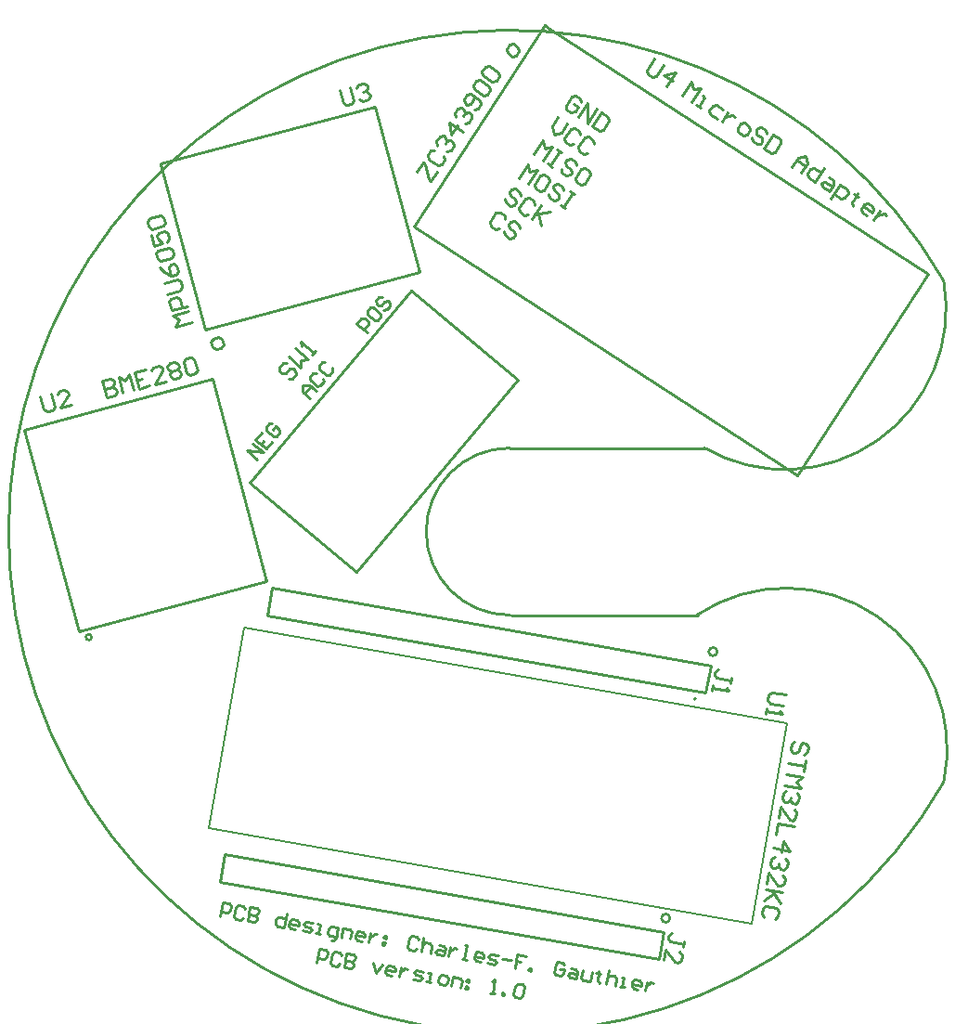
<source format=gto>
G04*
G04 #@! TF.GenerationSoftware,Altium Limited,Altium Designer,20.2.8 (258)*
G04*
G04 Layer_Color=65535*
%FSLAX24Y24*%
%MOIN*%
G70*
G04*
G04 #@! TF.SameCoordinates,457248F5-DA73-466C-AE77-A18651DC037B*
G04*
G04*
G04 #@! TF.FilePolarity,Positive*
G04*
G01*
G75*
%ADD10C,0.0100*%
%ADD11C,0.0079*%
%ADD12C,0.0050*%
%ADD13C,0.0100*%
D10*
X25499Y13738D02*
G03*
X25499Y13738I-150J0D01*
G01*
X23803Y4167D02*
G03*
X23803Y4167I-150J0D01*
G01*
X3030Y14257D02*
G03*
X3030Y14257I-100J0D01*
G01*
X25088Y12261D02*
X25262Y13245D01*
X9332Y15039D02*
X25088Y12261D01*
X9332Y15039D02*
X9505Y16024D01*
X25262Y13245D01*
X23393Y2690D02*
X23567Y3675D01*
X7636Y5468D02*
X23393Y2690D01*
X7636Y5468D02*
X7810Y6453D01*
X23567Y3675D01*
X8721Y19808D02*
X14506Y26702D01*
X8721Y19808D02*
X12551Y16594D01*
X18336Y23488D01*
X14506Y26702D02*
X18336Y23488D01*
X7099Y25311D02*
X14804Y27376D01*
X5513Y31228D02*
X7099Y25311D01*
X5507Y31252D02*
X13212Y33316D01*
X13218Y33293D02*
X14804Y27376D01*
X621Y21714D02*
X7382Y23526D01*
X621Y21714D02*
X2562Y14469D01*
X7382Y23526D02*
X9324Y16281D01*
X2562Y14469D02*
X9324Y16281D01*
X19306Y36222D02*
X19474Y36113D01*
X14622Y29010D02*
X19306Y36222D01*
X14622Y29010D02*
X28377Y20077D01*
X33060Y27290D01*
X19474Y36113D02*
X33060Y27290D01*
X7645Y4245D02*
X7732Y4737D01*
X7978Y4694D01*
X8045Y4598D01*
X8016Y4433D01*
X7920Y4366D01*
X7674Y4409D01*
X8538Y4511D02*
X8470Y4607D01*
X8306Y4636D01*
X8209Y4569D01*
X8151Y4240D01*
X8219Y4144D01*
X8383Y4115D01*
X8480Y4183D01*
X8716Y4564D02*
X8629Y4072D01*
X8875Y4028D01*
X8972Y4096D01*
X8986Y4178D01*
X8919Y4274D01*
X8673Y4318D01*
X8919Y4274D01*
X9015Y4342D01*
X9030Y4424D01*
X8962Y4520D01*
X8716Y4564D01*
X10029Y4332D02*
X9942Y3840D01*
X9696Y3884D01*
X9628Y3980D01*
X9657Y4144D01*
X9754Y4212D01*
X10000Y4168D01*
X10352Y3768D02*
X10188Y3797D01*
X10120Y3893D01*
X10149Y4057D01*
X10246Y4125D01*
X10410Y4096D01*
X10478Y3999D01*
X10463Y3917D01*
X10135Y3975D01*
X10598Y3724D02*
X10844Y3681D01*
X10941Y3749D01*
X10873Y3845D01*
X10709Y3874D01*
X10642Y3971D01*
X10738Y4038D01*
X10984Y3995D01*
X11090Y3638D02*
X11255Y3609D01*
X11173Y3623D01*
X11230Y3951D01*
X11148Y3966D01*
X11636Y3372D02*
X11718Y3358D01*
X11814Y3425D01*
X11887Y3836D01*
X11641Y3879D01*
X11544Y3811D01*
X11515Y3647D01*
X11583Y3551D01*
X11829Y3507D01*
X11993Y3478D02*
X12051Y3807D01*
X12297Y3763D01*
X12364Y3667D01*
X12321Y3421D01*
X12731Y3348D02*
X12567Y3377D01*
X12500Y3474D01*
X12529Y3638D01*
X12625Y3705D01*
X12789Y3676D01*
X12857Y3580D01*
X12842Y3498D01*
X12514Y3556D01*
X13035Y3633D02*
X12977Y3305D01*
X13006Y3469D01*
X13103Y3537D01*
X13199Y3604D01*
X13281Y3590D01*
X13528Y3546D02*
X13610Y3532D01*
X13595Y3450D01*
X13513Y3464D01*
X13528Y3546D01*
X13484Y3300D02*
X13566Y3286D01*
X13552Y3204D01*
X13470Y3218D01*
X13484Y3300D01*
X14773Y3411D02*
X14705Y3508D01*
X14541Y3537D01*
X14444Y3469D01*
X14387Y3141D01*
X14454Y3045D01*
X14618Y3016D01*
X14715Y3083D01*
X14951Y3464D02*
X14864Y2972D01*
X14908Y3218D01*
X15004Y3286D01*
X15168Y3257D01*
X15236Y3160D01*
X15193Y2914D01*
X15497Y3199D02*
X15661Y3170D01*
X15728Y3074D01*
X15685Y2828D01*
X15439Y2871D01*
X15371Y2967D01*
X15468Y3035D01*
X15714Y2992D01*
X15907Y3127D02*
X15849Y2799D01*
X15878Y2963D01*
X15974Y3030D01*
X16071Y3098D01*
X16153Y3083D01*
X16341Y2712D02*
X16505Y2683D01*
X16423Y2697D01*
X16510Y3190D01*
X16428Y3204D01*
X16997Y2596D02*
X16833Y2625D01*
X16766Y2722D01*
X16795Y2886D01*
X16891Y2953D01*
X17055Y2924D01*
X17123Y2828D01*
X17108Y2746D01*
X16780Y2804D01*
X17244Y2553D02*
X17490Y2509D01*
X17586Y2577D01*
X17519Y2673D01*
X17355Y2702D01*
X17287Y2799D01*
X17383Y2866D01*
X17630Y2823D01*
X17779Y2712D02*
X18107Y2654D01*
X18643Y2813D02*
X18315Y2871D01*
X18271Y2625D01*
X18436Y2596D01*
X18271Y2625D01*
X18228Y2379D01*
X18720Y2292D02*
X18735Y2374D01*
X18817Y2360D01*
X18802Y2278D01*
X18720Y2292D01*
X20023Y2485D02*
X19956Y2582D01*
X19792Y2611D01*
X19695Y2543D01*
X19637Y2215D01*
X19705Y2119D01*
X19869Y2090D01*
X19965Y2157D01*
X19994Y2321D01*
X19830Y2350D01*
X20255Y2360D02*
X20419Y2331D01*
X20487Y2235D01*
X20443Y1989D01*
X20197Y2032D01*
X20129Y2128D01*
X20226Y2196D01*
X20472Y2153D01*
X20665Y2288D02*
X20622Y2042D01*
X20689Y1945D01*
X20935Y1902D01*
X20993Y2230D01*
X21254Y2269D02*
X21239Y2186D01*
X21157Y2201D01*
X21321Y2172D01*
X21239Y2186D01*
X21196Y1940D01*
X21264Y1844D01*
X21596Y2293D02*
X21510Y1800D01*
X21553Y2047D01*
X21650Y2114D01*
X21814Y2085D01*
X21881Y1989D01*
X21838Y1743D01*
X22002Y1714D02*
X22166Y1685D01*
X22084Y1699D01*
X22142Y2027D01*
X22060Y2042D01*
X22658Y1598D02*
X22494Y1627D01*
X22427Y1723D01*
X22456Y1887D01*
X22552Y1955D01*
X22716Y1926D01*
X22784Y1830D01*
X22769Y1748D01*
X22441Y1805D01*
X22962Y1883D02*
X22904Y1555D01*
X22933Y1719D01*
X23030Y1786D01*
X23126Y1854D01*
X23208Y1839D01*
X11116Y2581D02*
X11203Y3073D01*
X11449Y3030D01*
X11516Y2933D01*
X11487Y2769D01*
X11391Y2702D01*
X11145Y2745D01*
X12009Y2847D02*
X11941Y2943D01*
X11777Y2972D01*
X11680Y2905D01*
X11623Y2576D01*
X11690Y2480D01*
X11854Y2451D01*
X11951Y2519D01*
X12187Y2900D02*
X12100Y2408D01*
X12346Y2364D01*
X12443Y2432D01*
X12457Y2514D01*
X12390Y2610D01*
X12144Y2654D01*
X12390Y2610D01*
X12486Y2678D01*
X12501Y2760D01*
X12433Y2856D01*
X12187Y2900D01*
X13143Y2562D02*
X13249Y2205D01*
X13471Y2504D01*
X13823Y2104D02*
X13659Y2133D01*
X13592Y2229D01*
X13620Y2393D01*
X13717Y2461D01*
X13881Y2432D01*
X13949Y2335D01*
X13934Y2253D01*
X13606Y2311D01*
X14127Y2388D02*
X14069Y2060D01*
X14098Y2224D01*
X14195Y2292D01*
X14291Y2360D01*
X14373Y2345D01*
X14562Y1974D02*
X14808Y1930D01*
X14904Y1998D01*
X14837Y2094D01*
X14673Y2123D01*
X14605Y2220D01*
X14701Y2287D01*
X14948Y2244D01*
X15054Y1887D02*
X15218Y1858D01*
X15136Y1872D01*
X15194Y2200D01*
X15112Y2215D01*
X15546Y1800D02*
X15710Y1771D01*
X15807Y1839D01*
X15836Y2003D01*
X15768Y2099D01*
X15604Y2128D01*
X15507Y2061D01*
X15478Y1896D01*
X15546Y1800D01*
X15956Y1728D02*
X16014Y2056D01*
X16260Y2012D01*
X16328Y1916D01*
X16284Y1670D01*
X16506Y1969D02*
X16588Y1955D01*
X16574Y1872D01*
X16492Y1887D01*
X16506Y1969D01*
X16463Y1723D02*
X16545Y1708D01*
X16531Y1626D01*
X16448Y1641D01*
X16463Y1723D01*
X17351Y1482D02*
X17515Y1453D01*
X17433Y1467D01*
X17520Y1959D01*
X17423Y1892D01*
X17761Y1409D02*
X17776Y1491D01*
X17858Y1477D01*
X17843Y1395D01*
X17761Y1409D01*
X18244Y1747D02*
X18340Y1815D01*
X18504Y1786D01*
X18572Y1689D01*
X18514Y1361D01*
X18417Y1294D01*
X18253Y1323D01*
X18186Y1419D01*
X18244Y1747D01*
X24247Y33697D02*
X24574Y34200D01*
X24633Y33924D01*
X24909Y33982D01*
X24583Y33479D01*
X24750Y33370D02*
X24918Y33262D01*
X24834Y33316D01*
X25052Y33651D01*
X24968Y33706D01*
X25723Y33216D02*
X25471Y33379D01*
X25333Y33350D01*
X25224Y33182D01*
X25253Y33044D01*
X25505Y32880D01*
X25890Y33107D02*
X25673Y32771D01*
X25781Y32939D01*
X25920Y32969D01*
X26058Y32998D01*
X26142Y32944D01*
X26259Y32390D02*
X26427Y32281D01*
X26565Y32311D01*
X26674Y32479D01*
X26645Y32617D01*
X26477Y32726D01*
X26339Y32696D01*
X26230Y32529D01*
X26259Y32390D01*
X27286Y32320D02*
X27257Y32458D01*
X27089Y32567D01*
X26951Y32537D01*
X26896Y32453D01*
X26926Y32315D01*
X27093Y32206D01*
X27123Y32068D01*
X27068Y31984D01*
X26930Y31955D01*
X26762Y32064D01*
X26733Y32202D01*
X27508Y32294D02*
X27182Y31791D01*
X27433Y31628D01*
X27571Y31658D01*
X27789Y31993D01*
X27760Y32131D01*
X27508Y32294D01*
X28188Y31138D02*
X28405Y31473D01*
X28682Y31532D01*
X28741Y31256D01*
X28523Y30920D01*
X28686Y31172D01*
X28351Y31390D01*
X29353Y31097D02*
X29026Y30594D01*
X28775Y30757D01*
X28745Y30895D01*
X28854Y31063D01*
X28992Y31092D01*
X29244Y30929D01*
X29495Y30766D02*
X29663Y30657D01*
X29692Y30518D01*
X29529Y30267D01*
X29278Y30430D01*
X29248Y30569D01*
X29387Y30598D01*
X29638Y30435D01*
X29588Y29990D02*
X29915Y30493D01*
X30166Y30330D01*
X30196Y30192D01*
X30087Y30024D01*
X29948Y29995D01*
X29697Y30158D01*
X30556Y30196D02*
X30501Y30112D01*
X30418Y30167D01*
X30585Y30058D01*
X30501Y30112D01*
X30338Y29861D01*
X30368Y29722D01*
X30871Y29396D02*
X30703Y29505D01*
X30674Y29643D01*
X30782Y29811D01*
X30921Y29840D01*
X31088Y29731D01*
X31118Y29593D01*
X31063Y29509D01*
X30728Y29727D01*
X31340Y29568D02*
X31122Y29232D01*
X31231Y29400D01*
X31369Y29430D01*
X31508Y29459D01*
X31591Y29405D01*
X14718Y30965D02*
X14935Y31300D01*
X15019Y31246D01*
X15137Y30693D01*
X15221Y30638D01*
X15438Y30974D01*
X15346Y31749D02*
X15208Y31720D01*
X15099Y31552D01*
X15128Y31414D01*
X15463Y31196D01*
X15602Y31225D01*
X15711Y31393D01*
X15681Y31531D01*
X15455Y31917D02*
X15425Y32055D01*
X15534Y32223D01*
X15673Y32252D01*
X15756Y32198D01*
X15786Y32059D01*
X15731Y31975D01*
X15786Y32059D01*
X15924Y32089D01*
X16008Y32034D01*
X16037Y31896D01*
X15928Y31728D01*
X15790Y31699D01*
X16364Y32399D02*
X15861Y32726D01*
X15949Y32311D01*
X16167Y32646D01*
X16108Y32923D02*
X16079Y33061D01*
X16188Y33229D01*
X16326Y33258D01*
X16410Y33204D01*
X16439Y33065D01*
X16385Y32982D01*
X16439Y33065D01*
X16577Y33095D01*
X16661Y33040D01*
X16691Y32902D01*
X16582Y32734D01*
X16443Y32705D01*
X16770Y33208D02*
X16908Y33237D01*
X17017Y33405D01*
X16988Y33543D01*
X16653Y33761D01*
X16514Y33732D01*
X16405Y33564D01*
X16435Y33426D01*
X16519Y33371D01*
X16657Y33401D01*
X16820Y33652D01*
X16761Y33929D02*
X16732Y34067D01*
X16841Y34235D01*
X16979Y34264D01*
X17315Y34046D01*
X17344Y33908D01*
X17235Y33740D01*
X17097Y33711D01*
X16761Y33929D01*
X17088Y34432D02*
X17059Y34570D01*
X17168Y34738D01*
X17306Y34767D01*
X17641Y34549D01*
X17671Y34411D01*
X17562Y34243D01*
X17423Y34214D01*
X17088Y34432D01*
X23244Y35024D02*
X22972Y34605D01*
X23001Y34466D01*
X23169Y34357D01*
X23307Y34387D01*
X23579Y34806D01*
X23672Y34031D02*
X23999Y34534D01*
X23584Y34446D01*
X23919Y34228D01*
X11940Y33910D02*
X12069Y33428D01*
X12191Y33357D01*
X12385Y33409D01*
X12455Y33531D01*
X12326Y34014D01*
X12545Y33969D02*
X12615Y34091D01*
X12809Y34143D01*
X12931Y34072D01*
X12957Y33976D01*
X12886Y33853D01*
X12790Y33828D01*
X12886Y33853D01*
X13009Y33783D01*
X13035Y33686D01*
X12964Y33564D01*
X12771Y33512D01*
X12648Y33583D01*
X6628Y25571D02*
X6048Y25415D01*
X6190Y25660D01*
X5945Y25802D01*
X6524Y25957D01*
X6472Y26150D02*
X5893Y25995D01*
X5815Y26285D01*
X5886Y26407D01*
X6079Y26459D01*
X6202Y26388D01*
X6279Y26098D01*
X5738Y26574D02*
X6220Y26704D01*
X6291Y26826D01*
X6239Y27019D01*
X6117Y27090D01*
X5634Y26960D01*
X5479Y27540D02*
X5627Y27373D01*
X5872Y27231D01*
X6065Y27283D01*
X6136Y27405D01*
X6084Y27599D01*
X5962Y27669D01*
X5865Y27643D01*
X5795Y27521D01*
X5872Y27231D01*
X5524Y27759D02*
X5401Y27829D01*
X5350Y28023D01*
X5420Y28145D01*
X5806Y28249D01*
X5929Y28178D01*
X5981Y27985D01*
X5910Y27862D01*
X5524Y27759D01*
X5168Y28699D02*
X5272Y28312D01*
X5562Y28390D01*
X5413Y28557D01*
X5387Y28654D01*
X5458Y28776D01*
X5651Y28828D01*
X5774Y28757D01*
X5825Y28564D01*
X5755Y28442D01*
X5213Y28918D02*
X5091Y28988D01*
X5039Y29181D01*
X5110Y29304D01*
X5496Y29407D01*
X5618Y29337D01*
X5670Y29143D01*
X5600Y29021D01*
X5213Y28918D01*
X3415Y23452D02*
X3571Y22872D01*
X3860Y22950D01*
X3931Y23073D01*
X3905Y23169D01*
X3783Y23240D01*
X3493Y23162D01*
X3783Y23240D01*
X3853Y23362D01*
X3828Y23459D01*
X3705Y23529D01*
X3415Y23452D01*
X4150Y23028D02*
X3995Y23607D01*
X4240Y23466D01*
X4381Y23711D01*
X4536Y23131D01*
X4960Y23866D02*
X4574Y23762D01*
X4729Y23183D01*
X5116Y23286D01*
X4652Y23473D02*
X4845Y23524D01*
X5695Y23442D02*
X5309Y23338D01*
X5592Y23828D01*
X5566Y23925D01*
X5443Y23995D01*
X5250Y23943D01*
X5179Y23821D01*
X5759Y23976D02*
X5829Y24099D01*
X6023Y24150D01*
X6145Y24080D01*
X6171Y23983D01*
X6100Y23861D01*
X6223Y23790D01*
X6249Y23693D01*
X6178Y23571D01*
X5985Y23519D01*
X5862Y23590D01*
X5836Y23687D01*
X5907Y23809D01*
X5785Y23880D01*
X5759Y23976D01*
X5907Y23809D02*
X6100Y23861D01*
X6338Y24131D02*
X6409Y24254D01*
X6602Y24306D01*
X6724Y24235D01*
X6828Y23849D01*
X6757Y23726D01*
X6564Y23675D01*
X6442Y23745D01*
X6338Y24131D01*
X1190Y22910D02*
X1319Y22428D01*
X1441Y22357D01*
X1635Y22409D01*
X1705Y22531D01*
X1576Y23014D01*
X2310Y22590D02*
X1924Y22486D01*
X2207Y22976D01*
X2181Y23072D01*
X2059Y23143D01*
X1866Y23091D01*
X1795Y22969D01*
X10881Y22845D02*
X10626Y23059D01*
X10605Y23294D01*
X10840Y23314D01*
X11095Y23100D01*
X10904Y23261D01*
X10690Y23005D01*
X11097Y23751D02*
X10980Y23740D01*
X10873Y23613D01*
X10883Y23495D01*
X11138Y23281D01*
X11256Y23291D01*
X11363Y23419D01*
X11353Y23536D01*
X11419Y24133D02*
X11301Y24123D01*
X11194Y23996D01*
X11204Y23878D01*
X11460Y23664D01*
X11577Y23674D01*
X11684Y23802D01*
X11674Y23919D01*
X8988Y20641D02*
X8605Y20962D01*
X9202Y20896D01*
X8819Y21217D01*
X9140Y21600D02*
X8926Y21345D01*
X9309Y21024D01*
X9523Y21279D01*
X9118Y21184D02*
X9225Y21312D01*
X9525Y21930D02*
X9408Y21919D01*
X9301Y21792D01*
X9311Y21674D01*
X9566Y21460D01*
X9684Y21470D01*
X9791Y21598D01*
X9781Y21715D01*
X9653Y21823D01*
X9546Y21695D01*
X10047Y24103D02*
X9907Y24090D01*
X9778Y23937D01*
X9790Y23796D01*
X9867Y23732D01*
X10008Y23744D01*
X10136Y23897D01*
X10277Y23910D01*
X10354Y23845D01*
X10366Y23705D01*
X10237Y23551D01*
X10097Y23539D01*
X10099Y24320D02*
X10559Y23934D01*
X10534Y24216D01*
X10816Y24241D01*
X10356Y24626D01*
X10944Y24394D02*
X11073Y24547D01*
X11009Y24470D01*
X10549Y24856D01*
X10561Y24715D01*
X12938Y25191D02*
X12555Y25512D01*
X12715Y25704D01*
X12833Y25714D01*
X12960Y25607D01*
X12971Y25489D01*
X12810Y25298D01*
X13037Y26087D02*
X12930Y25959D01*
X12940Y25842D01*
X13195Y25627D01*
X13313Y25638D01*
X13420Y25765D01*
X13409Y25883D01*
X13154Y26097D01*
X13037Y26087D01*
X13475Y26480D02*
X13358Y26469D01*
X13251Y26342D01*
X13261Y26224D01*
X13325Y26171D01*
X13442Y26181D01*
X13549Y26309D01*
X13667Y26319D01*
X13731Y26265D01*
X13741Y26148D01*
X13634Y26021D01*
X13516Y26010D01*
X24285Y3142D02*
X24320Y3339D01*
X24302Y3240D01*
X23810Y3327D01*
X23729Y3443D01*
X23746Y3541D01*
X23862Y3622D01*
X23590Y2655D02*
X23659Y3049D01*
X23984Y2586D01*
X24082Y2568D01*
X24198Y2649D01*
X24233Y2846D01*
X24152Y2962D01*
X28614Y10045D02*
X28730Y10126D01*
X28765Y10323D01*
X28684Y10439D01*
X28585Y10456D01*
X28470Y10375D01*
X28435Y10178D01*
X28319Y10097D01*
X28221Y10115D01*
X28139Y10231D01*
X28174Y10427D01*
X28290Y10509D01*
X28678Y9831D02*
X28609Y9437D01*
X28643Y9634D01*
X28053Y9738D01*
X27983Y9345D02*
X28574Y9240D01*
X28342Y9078D01*
X28505Y8847D01*
X27914Y8951D01*
X28371Y8667D02*
X28452Y8551D01*
X28418Y8354D01*
X28302Y8273D01*
X28203Y8291D01*
X28122Y8406D01*
X28140Y8505D01*
X28122Y8406D01*
X28007Y8325D01*
X27908Y8343D01*
X27827Y8458D01*
X27862Y8655D01*
X27978Y8736D01*
X27705Y7769D02*
X27775Y8163D01*
X28099Y7700D01*
X28198Y7683D01*
X28314Y7764D01*
X28348Y7961D01*
X28267Y8076D01*
X28261Y7468D02*
X27671Y7572D01*
X27601Y7179D01*
X27515Y6686D02*
X28105Y6582D01*
X27862Y6930D01*
X27793Y6536D01*
X27955Y6304D02*
X28036Y6188D01*
X28001Y5992D01*
X27885Y5910D01*
X27787Y5928D01*
X27706Y6044D01*
X27723Y6142D01*
X27706Y6044D01*
X27590Y5963D01*
X27491Y5980D01*
X27410Y6096D01*
X27445Y6293D01*
X27561Y6374D01*
X27289Y5407D02*
X27358Y5800D01*
X27683Y5337D01*
X27781Y5320D01*
X27897Y5401D01*
X27932Y5598D01*
X27851Y5714D01*
X27845Y5106D02*
X27254Y5210D01*
X27451Y5175D01*
X27775Y4712D01*
X27532Y5059D01*
X27185Y4816D01*
X27573Y4138D02*
X27689Y4219D01*
X27723Y4416D01*
X27642Y4532D01*
X27248Y4602D01*
X27133Y4521D01*
X27098Y4324D01*
X27179Y4208D01*
X27961Y12191D02*
X27469Y12278D01*
X27353Y12197D01*
X27318Y12000D01*
X27399Y11884D01*
X27892Y11797D01*
X27266Y11705D02*
X27231Y11508D01*
X27249Y11606D01*
X27839Y11502D01*
X27758Y11618D01*
X25963Y12614D02*
X25998Y12811D01*
X25980Y12713D01*
X25488Y12799D01*
X25407Y12915D01*
X25424Y13014D01*
X25540Y13095D01*
X25338Y12521D02*
X25303Y12325D01*
X25320Y12423D01*
X25911Y12319D01*
X25830Y12435D01*
X20615Y33464D02*
X20586Y33602D01*
X20418Y33711D01*
X20280Y33682D01*
X20062Y33347D01*
X20091Y33208D01*
X20259Y33099D01*
X20397Y33129D01*
X20506Y33296D01*
X20339Y33405D01*
X20511Y32936D02*
X20837Y33439D01*
X20846Y32718D01*
X21173Y33221D01*
X21340Y33112D02*
X21014Y32609D01*
X21265Y32446D01*
X21403Y32475D01*
X21621Y32811D01*
X21592Y32949D01*
X21340Y33112D01*
X19790Y32927D02*
X19572Y32592D01*
X19631Y32315D01*
X19907Y32374D01*
X20125Y32709D01*
X20574Y32299D02*
X20544Y32437D01*
X20376Y32546D01*
X20238Y32517D01*
X20020Y32181D01*
X20050Y32043D01*
X20217Y31934D01*
X20356Y31963D01*
X21077Y31972D02*
X21047Y32110D01*
X20879Y32219D01*
X20741Y32190D01*
X20523Y31855D01*
X20553Y31716D01*
X20721Y31607D01*
X20859Y31637D01*
X18918Y31585D02*
X19245Y32088D01*
X19304Y31812D01*
X19580Y31871D01*
X19254Y31368D01*
X19748Y31762D02*
X19916Y31653D01*
X19832Y31707D01*
X19505Y31204D01*
X19421Y31259D01*
X19589Y31150D01*
X20448Y31188D02*
X20419Y31326D01*
X20251Y31435D01*
X20113Y31406D01*
X20058Y31322D01*
X20088Y31184D01*
X20255Y31075D01*
X20285Y30936D01*
X20230Y30852D01*
X20092Y30823D01*
X19924Y30932D01*
X19895Y31070D01*
X20922Y30999D02*
X20754Y31108D01*
X20616Y31079D01*
X20398Y30744D01*
X20427Y30605D01*
X20595Y30496D01*
X20733Y30526D01*
X20951Y30861D01*
X20922Y30999D01*
X18374Y30747D02*
X18700Y31250D01*
X18759Y30973D01*
X19036Y31032D01*
X18709Y30529D01*
X19455Y30760D02*
X19287Y30869D01*
X19149Y30839D01*
X18931Y30504D01*
X18961Y30366D01*
X19128Y30257D01*
X19266Y30286D01*
X19484Y30621D01*
X19455Y30760D01*
X19987Y30295D02*
X19958Y30433D01*
X19790Y30542D01*
X19652Y30513D01*
X19597Y30429D01*
X19627Y30290D01*
X19795Y30182D01*
X19824Y30043D01*
X19770Y29959D01*
X19631Y29930D01*
X19464Y30039D01*
X19434Y30177D01*
X20209Y30270D02*
X20377Y30161D01*
X20293Y30215D01*
X19967Y29712D01*
X19883Y29767D01*
X20050Y29658D01*
X18437Y30109D02*
X18407Y30248D01*
X18240Y30357D01*
X18101Y30327D01*
X18047Y30243D01*
X18076Y30105D01*
X18244Y29996D01*
X18273Y29858D01*
X18219Y29774D01*
X18081Y29745D01*
X17913Y29854D01*
X17883Y29992D01*
X18940Y29783D02*
X18910Y29921D01*
X18743Y30030D01*
X18604Y30001D01*
X18386Y29665D01*
X18416Y29527D01*
X18584Y29418D01*
X18722Y29447D01*
X19162Y29758D02*
X18835Y29255D01*
X18944Y29422D01*
X19497Y29540D01*
X19082Y29452D01*
X19170Y29037D01*
X17892Y29271D02*
X17863Y29409D01*
X17695Y29518D01*
X17557Y29489D01*
X17339Y29153D01*
X17368Y29015D01*
X17536Y28906D01*
X17674Y28935D01*
X18395Y28944D02*
X18366Y29082D01*
X18198Y29191D01*
X18060Y29162D01*
X18005Y29078D01*
X18035Y28940D01*
X18202Y28831D01*
X18232Y28693D01*
X18177Y28609D01*
X18039Y28579D01*
X17871Y28688D01*
X17842Y28826D01*
X7763Y24764D02*
X7711Y24958D01*
X7589Y25028D01*
X7396Y24976D01*
X7325Y24854D01*
X7377Y24661D01*
X7499Y24590D01*
X7692Y24642D01*
X7763Y24764D01*
X17972Y35225D02*
X18140Y35116D01*
X18278Y35145D01*
X18387Y35313D01*
X18358Y35451D01*
X18190Y35560D01*
X18052Y35531D01*
X17943Y35363D01*
X17972Y35225D01*
X33638Y9050D02*
G03*
X24795Y15065I-5660J1187D01*
G01*
X25050Y21050D02*
G03*
X33638Y27050I2891J5008D01*
G01*
X18050Y21050D02*
G03*
X18050Y15050I0J-3000D01*
G01*
X33638Y27050D02*
G03*
X33638Y9050I-15588J-9000D01*
G01*
X18100Y15050D02*
X24805D01*
X18050Y21050D02*
X25050D01*
D11*
X24737Y12043D02*
G03*
X24737Y12043I-39J0D01*
G01*
D12*
X7234Y7418D02*
X8501Y14607D01*
X7234Y7418D02*
X26732Y3980D01*
X8501Y14607D02*
X28000Y11169D01*
X26732Y3980D02*
X28000Y11169D01*
D13*
X19474Y36113D02*
D03*
X19306Y36222D02*
D03*
M02*

</source>
